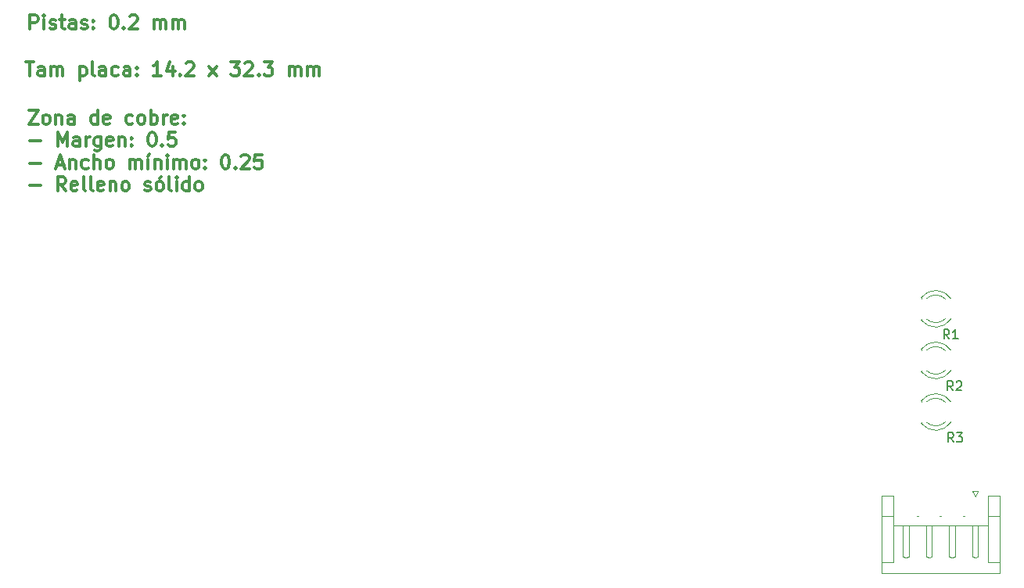
<source format=gbr>
%TF.GenerationSoftware,KiCad,Pcbnew,8.0.1*%
%TF.CreationDate,2024-04-21T19:06:48-04:00*%
%TF.ProjectId,Semaforo,53656d61-666f-4726-9f2e-6b696361645f,Andres La Madrid*%
%TF.SameCoordinates,Original*%
%TF.FileFunction,Legend,Top*%
%TF.FilePolarity,Positive*%
%FSLAX46Y46*%
G04 Gerber Fmt 4.6, Leading zero omitted, Abs format (unit mm)*
G04 Created by KiCad (PCBNEW 8.0.1) date 2024-04-21 19:06:48*
%MOMM*%
%LPD*%
G01*
G04 APERTURE LIST*
%ADD10C,0.300000*%
%ADD11C,0.150000*%
%ADD12C,0.120000*%
G04 APERTURE END LIST*
D10*
X40289653Y-59890080D02*
X41289653Y-59890080D01*
X41289653Y-59890080D02*
X40289653Y-61390080D01*
X40289653Y-61390080D02*
X41289653Y-61390080D01*
X42075367Y-61390080D02*
X41932510Y-61318652D01*
X41932510Y-61318652D02*
X41861081Y-61247223D01*
X41861081Y-61247223D02*
X41789653Y-61104366D01*
X41789653Y-61104366D02*
X41789653Y-60675794D01*
X41789653Y-60675794D02*
X41861081Y-60532937D01*
X41861081Y-60532937D02*
X41932510Y-60461509D01*
X41932510Y-60461509D02*
X42075367Y-60390080D01*
X42075367Y-60390080D02*
X42289653Y-60390080D01*
X42289653Y-60390080D02*
X42432510Y-60461509D01*
X42432510Y-60461509D02*
X42503939Y-60532937D01*
X42503939Y-60532937D02*
X42575367Y-60675794D01*
X42575367Y-60675794D02*
X42575367Y-61104366D01*
X42575367Y-61104366D02*
X42503939Y-61247223D01*
X42503939Y-61247223D02*
X42432510Y-61318652D01*
X42432510Y-61318652D02*
X42289653Y-61390080D01*
X42289653Y-61390080D02*
X42075367Y-61390080D01*
X43218224Y-60390080D02*
X43218224Y-61390080D01*
X43218224Y-60532937D02*
X43289653Y-60461509D01*
X43289653Y-60461509D02*
X43432510Y-60390080D01*
X43432510Y-60390080D02*
X43646796Y-60390080D01*
X43646796Y-60390080D02*
X43789653Y-60461509D01*
X43789653Y-60461509D02*
X43861082Y-60604366D01*
X43861082Y-60604366D02*
X43861082Y-61390080D01*
X45218225Y-61390080D02*
X45218225Y-60604366D01*
X45218225Y-60604366D02*
X45146796Y-60461509D01*
X45146796Y-60461509D02*
X45003939Y-60390080D01*
X45003939Y-60390080D02*
X44718225Y-60390080D01*
X44718225Y-60390080D02*
X44575367Y-60461509D01*
X45218225Y-61318652D02*
X45075367Y-61390080D01*
X45075367Y-61390080D02*
X44718225Y-61390080D01*
X44718225Y-61390080D02*
X44575367Y-61318652D01*
X44575367Y-61318652D02*
X44503939Y-61175794D01*
X44503939Y-61175794D02*
X44503939Y-61032937D01*
X44503939Y-61032937D02*
X44575367Y-60890080D01*
X44575367Y-60890080D02*
X44718225Y-60818652D01*
X44718225Y-60818652D02*
X45075367Y-60818652D01*
X45075367Y-60818652D02*
X45218225Y-60747223D01*
X47718225Y-61390080D02*
X47718225Y-59890080D01*
X47718225Y-61318652D02*
X47575367Y-61390080D01*
X47575367Y-61390080D02*
X47289653Y-61390080D01*
X47289653Y-61390080D02*
X47146796Y-61318652D01*
X47146796Y-61318652D02*
X47075367Y-61247223D01*
X47075367Y-61247223D02*
X47003939Y-61104366D01*
X47003939Y-61104366D02*
X47003939Y-60675794D01*
X47003939Y-60675794D02*
X47075367Y-60532937D01*
X47075367Y-60532937D02*
X47146796Y-60461509D01*
X47146796Y-60461509D02*
X47289653Y-60390080D01*
X47289653Y-60390080D02*
X47575367Y-60390080D01*
X47575367Y-60390080D02*
X47718225Y-60461509D01*
X49003939Y-61318652D02*
X48861082Y-61390080D01*
X48861082Y-61390080D02*
X48575368Y-61390080D01*
X48575368Y-61390080D02*
X48432510Y-61318652D01*
X48432510Y-61318652D02*
X48361082Y-61175794D01*
X48361082Y-61175794D02*
X48361082Y-60604366D01*
X48361082Y-60604366D02*
X48432510Y-60461509D01*
X48432510Y-60461509D02*
X48575368Y-60390080D01*
X48575368Y-60390080D02*
X48861082Y-60390080D01*
X48861082Y-60390080D02*
X49003939Y-60461509D01*
X49003939Y-60461509D02*
X49075368Y-60604366D01*
X49075368Y-60604366D02*
X49075368Y-60747223D01*
X49075368Y-60747223D02*
X48361082Y-60890080D01*
X51503939Y-61318652D02*
X51361081Y-61390080D01*
X51361081Y-61390080D02*
X51075367Y-61390080D01*
X51075367Y-61390080D02*
X50932510Y-61318652D01*
X50932510Y-61318652D02*
X50861081Y-61247223D01*
X50861081Y-61247223D02*
X50789653Y-61104366D01*
X50789653Y-61104366D02*
X50789653Y-60675794D01*
X50789653Y-60675794D02*
X50861081Y-60532937D01*
X50861081Y-60532937D02*
X50932510Y-60461509D01*
X50932510Y-60461509D02*
X51075367Y-60390080D01*
X51075367Y-60390080D02*
X51361081Y-60390080D01*
X51361081Y-60390080D02*
X51503939Y-60461509D01*
X52361081Y-61390080D02*
X52218224Y-61318652D01*
X52218224Y-61318652D02*
X52146795Y-61247223D01*
X52146795Y-61247223D02*
X52075367Y-61104366D01*
X52075367Y-61104366D02*
X52075367Y-60675794D01*
X52075367Y-60675794D02*
X52146795Y-60532937D01*
X52146795Y-60532937D02*
X52218224Y-60461509D01*
X52218224Y-60461509D02*
X52361081Y-60390080D01*
X52361081Y-60390080D02*
X52575367Y-60390080D01*
X52575367Y-60390080D02*
X52718224Y-60461509D01*
X52718224Y-60461509D02*
X52789653Y-60532937D01*
X52789653Y-60532937D02*
X52861081Y-60675794D01*
X52861081Y-60675794D02*
X52861081Y-61104366D01*
X52861081Y-61104366D02*
X52789653Y-61247223D01*
X52789653Y-61247223D02*
X52718224Y-61318652D01*
X52718224Y-61318652D02*
X52575367Y-61390080D01*
X52575367Y-61390080D02*
X52361081Y-61390080D01*
X53503938Y-61390080D02*
X53503938Y-59890080D01*
X53503938Y-60461509D02*
X53646796Y-60390080D01*
X53646796Y-60390080D02*
X53932510Y-60390080D01*
X53932510Y-60390080D02*
X54075367Y-60461509D01*
X54075367Y-60461509D02*
X54146796Y-60532937D01*
X54146796Y-60532937D02*
X54218224Y-60675794D01*
X54218224Y-60675794D02*
X54218224Y-61104366D01*
X54218224Y-61104366D02*
X54146796Y-61247223D01*
X54146796Y-61247223D02*
X54075367Y-61318652D01*
X54075367Y-61318652D02*
X53932510Y-61390080D01*
X53932510Y-61390080D02*
X53646796Y-61390080D01*
X53646796Y-61390080D02*
X53503938Y-61318652D01*
X54861081Y-61390080D02*
X54861081Y-60390080D01*
X54861081Y-60675794D02*
X54932510Y-60532937D01*
X54932510Y-60532937D02*
X55003939Y-60461509D01*
X55003939Y-60461509D02*
X55146796Y-60390080D01*
X55146796Y-60390080D02*
X55289653Y-60390080D01*
X56361081Y-61318652D02*
X56218224Y-61390080D01*
X56218224Y-61390080D02*
X55932510Y-61390080D01*
X55932510Y-61390080D02*
X55789652Y-61318652D01*
X55789652Y-61318652D02*
X55718224Y-61175794D01*
X55718224Y-61175794D02*
X55718224Y-60604366D01*
X55718224Y-60604366D02*
X55789652Y-60461509D01*
X55789652Y-60461509D02*
X55932510Y-60390080D01*
X55932510Y-60390080D02*
X56218224Y-60390080D01*
X56218224Y-60390080D02*
X56361081Y-60461509D01*
X56361081Y-60461509D02*
X56432510Y-60604366D01*
X56432510Y-60604366D02*
X56432510Y-60747223D01*
X56432510Y-60747223D02*
X55718224Y-60890080D01*
X57075366Y-61247223D02*
X57146795Y-61318652D01*
X57146795Y-61318652D02*
X57075366Y-61390080D01*
X57075366Y-61390080D02*
X57003938Y-61318652D01*
X57003938Y-61318652D02*
X57075366Y-61247223D01*
X57075366Y-61247223D02*
X57075366Y-61390080D01*
X57075366Y-60461509D02*
X57146795Y-60532937D01*
X57146795Y-60532937D02*
X57075366Y-60604366D01*
X57075366Y-60604366D02*
X57003938Y-60532937D01*
X57003938Y-60532937D02*
X57075366Y-60461509D01*
X57075366Y-60461509D02*
X57075366Y-60604366D01*
X40432510Y-63233568D02*
X41575368Y-63233568D01*
X43432510Y-63804996D02*
X43432510Y-62304996D01*
X43432510Y-62304996D02*
X43932510Y-63376425D01*
X43932510Y-63376425D02*
X44432510Y-62304996D01*
X44432510Y-62304996D02*
X44432510Y-63804996D01*
X45789654Y-63804996D02*
X45789654Y-63019282D01*
X45789654Y-63019282D02*
X45718225Y-62876425D01*
X45718225Y-62876425D02*
X45575368Y-62804996D01*
X45575368Y-62804996D02*
X45289654Y-62804996D01*
X45289654Y-62804996D02*
X45146796Y-62876425D01*
X45789654Y-63733568D02*
X45646796Y-63804996D01*
X45646796Y-63804996D02*
X45289654Y-63804996D01*
X45289654Y-63804996D02*
X45146796Y-63733568D01*
X45146796Y-63733568D02*
X45075368Y-63590710D01*
X45075368Y-63590710D02*
X45075368Y-63447853D01*
X45075368Y-63447853D02*
X45146796Y-63304996D01*
X45146796Y-63304996D02*
X45289654Y-63233568D01*
X45289654Y-63233568D02*
X45646796Y-63233568D01*
X45646796Y-63233568D02*
X45789654Y-63162139D01*
X46503939Y-63804996D02*
X46503939Y-62804996D01*
X46503939Y-63090710D02*
X46575368Y-62947853D01*
X46575368Y-62947853D02*
X46646797Y-62876425D01*
X46646797Y-62876425D02*
X46789654Y-62804996D01*
X46789654Y-62804996D02*
X46932511Y-62804996D01*
X48075368Y-62804996D02*
X48075368Y-64019282D01*
X48075368Y-64019282D02*
X48003939Y-64162139D01*
X48003939Y-64162139D02*
X47932510Y-64233568D01*
X47932510Y-64233568D02*
X47789653Y-64304996D01*
X47789653Y-64304996D02*
X47575368Y-64304996D01*
X47575368Y-64304996D02*
X47432510Y-64233568D01*
X48075368Y-63733568D02*
X47932510Y-63804996D01*
X47932510Y-63804996D02*
X47646796Y-63804996D01*
X47646796Y-63804996D02*
X47503939Y-63733568D01*
X47503939Y-63733568D02*
X47432510Y-63662139D01*
X47432510Y-63662139D02*
X47361082Y-63519282D01*
X47361082Y-63519282D02*
X47361082Y-63090710D01*
X47361082Y-63090710D02*
X47432510Y-62947853D01*
X47432510Y-62947853D02*
X47503939Y-62876425D01*
X47503939Y-62876425D02*
X47646796Y-62804996D01*
X47646796Y-62804996D02*
X47932510Y-62804996D01*
X47932510Y-62804996D02*
X48075368Y-62876425D01*
X49361082Y-63733568D02*
X49218225Y-63804996D01*
X49218225Y-63804996D02*
X48932511Y-63804996D01*
X48932511Y-63804996D02*
X48789653Y-63733568D01*
X48789653Y-63733568D02*
X48718225Y-63590710D01*
X48718225Y-63590710D02*
X48718225Y-63019282D01*
X48718225Y-63019282D02*
X48789653Y-62876425D01*
X48789653Y-62876425D02*
X48932511Y-62804996D01*
X48932511Y-62804996D02*
X49218225Y-62804996D01*
X49218225Y-62804996D02*
X49361082Y-62876425D01*
X49361082Y-62876425D02*
X49432511Y-63019282D01*
X49432511Y-63019282D02*
X49432511Y-63162139D01*
X49432511Y-63162139D02*
X48718225Y-63304996D01*
X50075367Y-62804996D02*
X50075367Y-63804996D01*
X50075367Y-62947853D02*
X50146796Y-62876425D01*
X50146796Y-62876425D02*
X50289653Y-62804996D01*
X50289653Y-62804996D02*
X50503939Y-62804996D01*
X50503939Y-62804996D02*
X50646796Y-62876425D01*
X50646796Y-62876425D02*
X50718225Y-63019282D01*
X50718225Y-63019282D02*
X50718225Y-63804996D01*
X51432510Y-63662139D02*
X51503939Y-63733568D01*
X51503939Y-63733568D02*
X51432510Y-63804996D01*
X51432510Y-63804996D02*
X51361082Y-63733568D01*
X51361082Y-63733568D02*
X51432510Y-63662139D01*
X51432510Y-63662139D02*
X51432510Y-63804996D01*
X51432510Y-62876425D02*
X51503939Y-62947853D01*
X51503939Y-62947853D02*
X51432510Y-63019282D01*
X51432510Y-63019282D02*
X51361082Y-62947853D01*
X51361082Y-62947853D02*
X51432510Y-62876425D01*
X51432510Y-62876425D02*
X51432510Y-63019282D01*
X53575368Y-62304996D02*
X53718225Y-62304996D01*
X53718225Y-62304996D02*
X53861082Y-62376425D01*
X53861082Y-62376425D02*
X53932511Y-62447853D01*
X53932511Y-62447853D02*
X54003939Y-62590710D01*
X54003939Y-62590710D02*
X54075368Y-62876425D01*
X54075368Y-62876425D02*
X54075368Y-63233568D01*
X54075368Y-63233568D02*
X54003939Y-63519282D01*
X54003939Y-63519282D02*
X53932511Y-63662139D01*
X53932511Y-63662139D02*
X53861082Y-63733568D01*
X53861082Y-63733568D02*
X53718225Y-63804996D01*
X53718225Y-63804996D02*
X53575368Y-63804996D01*
X53575368Y-63804996D02*
X53432511Y-63733568D01*
X53432511Y-63733568D02*
X53361082Y-63662139D01*
X53361082Y-63662139D02*
X53289653Y-63519282D01*
X53289653Y-63519282D02*
X53218225Y-63233568D01*
X53218225Y-63233568D02*
X53218225Y-62876425D01*
X53218225Y-62876425D02*
X53289653Y-62590710D01*
X53289653Y-62590710D02*
X53361082Y-62447853D01*
X53361082Y-62447853D02*
X53432511Y-62376425D01*
X53432511Y-62376425D02*
X53575368Y-62304996D01*
X54718224Y-63662139D02*
X54789653Y-63733568D01*
X54789653Y-63733568D02*
X54718224Y-63804996D01*
X54718224Y-63804996D02*
X54646796Y-63733568D01*
X54646796Y-63733568D02*
X54718224Y-63662139D01*
X54718224Y-63662139D02*
X54718224Y-63804996D01*
X56146796Y-62304996D02*
X55432510Y-62304996D01*
X55432510Y-62304996D02*
X55361082Y-63019282D01*
X55361082Y-63019282D02*
X55432510Y-62947853D01*
X55432510Y-62947853D02*
X55575368Y-62876425D01*
X55575368Y-62876425D02*
X55932510Y-62876425D01*
X55932510Y-62876425D02*
X56075368Y-62947853D01*
X56075368Y-62947853D02*
X56146796Y-63019282D01*
X56146796Y-63019282D02*
X56218225Y-63162139D01*
X56218225Y-63162139D02*
X56218225Y-63519282D01*
X56218225Y-63519282D02*
X56146796Y-63662139D01*
X56146796Y-63662139D02*
X56075368Y-63733568D01*
X56075368Y-63733568D02*
X55932510Y-63804996D01*
X55932510Y-63804996D02*
X55575368Y-63804996D01*
X55575368Y-63804996D02*
X55432510Y-63733568D01*
X55432510Y-63733568D02*
X55361082Y-63662139D01*
X40432510Y-65648484D02*
X41575368Y-65648484D01*
X43361082Y-65791341D02*
X44075368Y-65791341D01*
X43218225Y-66219912D02*
X43718225Y-64719912D01*
X43718225Y-64719912D02*
X44218225Y-66219912D01*
X44718224Y-65219912D02*
X44718224Y-66219912D01*
X44718224Y-65362769D02*
X44789653Y-65291341D01*
X44789653Y-65291341D02*
X44932510Y-65219912D01*
X44932510Y-65219912D02*
X45146796Y-65219912D01*
X45146796Y-65219912D02*
X45289653Y-65291341D01*
X45289653Y-65291341D02*
X45361082Y-65434198D01*
X45361082Y-65434198D02*
X45361082Y-66219912D01*
X46718225Y-66148484D02*
X46575367Y-66219912D01*
X46575367Y-66219912D02*
X46289653Y-66219912D01*
X46289653Y-66219912D02*
X46146796Y-66148484D01*
X46146796Y-66148484D02*
X46075367Y-66077055D01*
X46075367Y-66077055D02*
X46003939Y-65934198D01*
X46003939Y-65934198D02*
X46003939Y-65505626D01*
X46003939Y-65505626D02*
X46075367Y-65362769D01*
X46075367Y-65362769D02*
X46146796Y-65291341D01*
X46146796Y-65291341D02*
X46289653Y-65219912D01*
X46289653Y-65219912D02*
X46575367Y-65219912D01*
X46575367Y-65219912D02*
X46718225Y-65291341D01*
X47361081Y-66219912D02*
X47361081Y-64719912D01*
X48003939Y-66219912D02*
X48003939Y-65434198D01*
X48003939Y-65434198D02*
X47932510Y-65291341D01*
X47932510Y-65291341D02*
X47789653Y-65219912D01*
X47789653Y-65219912D02*
X47575367Y-65219912D01*
X47575367Y-65219912D02*
X47432510Y-65291341D01*
X47432510Y-65291341D02*
X47361081Y-65362769D01*
X48932510Y-66219912D02*
X48789653Y-66148484D01*
X48789653Y-66148484D02*
X48718224Y-66077055D01*
X48718224Y-66077055D02*
X48646796Y-65934198D01*
X48646796Y-65934198D02*
X48646796Y-65505626D01*
X48646796Y-65505626D02*
X48718224Y-65362769D01*
X48718224Y-65362769D02*
X48789653Y-65291341D01*
X48789653Y-65291341D02*
X48932510Y-65219912D01*
X48932510Y-65219912D02*
X49146796Y-65219912D01*
X49146796Y-65219912D02*
X49289653Y-65291341D01*
X49289653Y-65291341D02*
X49361082Y-65362769D01*
X49361082Y-65362769D02*
X49432510Y-65505626D01*
X49432510Y-65505626D02*
X49432510Y-65934198D01*
X49432510Y-65934198D02*
X49361082Y-66077055D01*
X49361082Y-66077055D02*
X49289653Y-66148484D01*
X49289653Y-66148484D02*
X49146796Y-66219912D01*
X49146796Y-66219912D02*
X48932510Y-66219912D01*
X51218224Y-66219912D02*
X51218224Y-65219912D01*
X51218224Y-65362769D02*
X51289653Y-65291341D01*
X51289653Y-65291341D02*
X51432510Y-65219912D01*
X51432510Y-65219912D02*
X51646796Y-65219912D01*
X51646796Y-65219912D02*
X51789653Y-65291341D01*
X51789653Y-65291341D02*
X51861082Y-65434198D01*
X51861082Y-65434198D02*
X51861082Y-66219912D01*
X51861082Y-65434198D02*
X51932510Y-65291341D01*
X51932510Y-65291341D02*
X52075367Y-65219912D01*
X52075367Y-65219912D02*
X52289653Y-65219912D01*
X52289653Y-65219912D02*
X52432510Y-65291341D01*
X52432510Y-65291341D02*
X52503939Y-65434198D01*
X52503939Y-65434198D02*
X52503939Y-66219912D01*
X53218224Y-66219912D02*
X53218224Y-65219912D01*
X53361082Y-64648484D02*
X53146796Y-64862769D01*
X53932510Y-65219912D02*
X53932510Y-66219912D01*
X53932510Y-65362769D02*
X54003939Y-65291341D01*
X54003939Y-65291341D02*
X54146796Y-65219912D01*
X54146796Y-65219912D02*
X54361082Y-65219912D01*
X54361082Y-65219912D02*
X54503939Y-65291341D01*
X54503939Y-65291341D02*
X54575368Y-65434198D01*
X54575368Y-65434198D02*
X54575368Y-66219912D01*
X55289653Y-66219912D02*
X55289653Y-65219912D01*
X55289653Y-64719912D02*
X55218225Y-64791341D01*
X55218225Y-64791341D02*
X55289653Y-64862769D01*
X55289653Y-64862769D02*
X55361082Y-64791341D01*
X55361082Y-64791341D02*
X55289653Y-64719912D01*
X55289653Y-64719912D02*
X55289653Y-64862769D01*
X56003939Y-66219912D02*
X56003939Y-65219912D01*
X56003939Y-65362769D02*
X56075368Y-65291341D01*
X56075368Y-65291341D02*
X56218225Y-65219912D01*
X56218225Y-65219912D02*
X56432511Y-65219912D01*
X56432511Y-65219912D02*
X56575368Y-65291341D01*
X56575368Y-65291341D02*
X56646797Y-65434198D01*
X56646797Y-65434198D02*
X56646797Y-66219912D01*
X56646797Y-65434198D02*
X56718225Y-65291341D01*
X56718225Y-65291341D02*
X56861082Y-65219912D01*
X56861082Y-65219912D02*
X57075368Y-65219912D01*
X57075368Y-65219912D02*
X57218225Y-65291341D01*
X57218225Y-65291341D02*
X57289654Y-65434198D01*
X57289654Y-65434198D02*
X57289654Y-66219912D01*
X58218225Y-66219912D02*
X58075368Y-66148484D01*
X58075368Y-66148484D02*
X58003939Y-66077055D01*
X58003939Y-66077055D02*
X57932511Y-65934198D01*
X57932511Y-65934198D02*
X57932511Y-65505626D01*
X57932511Y-65505626D02*
X58003939Y-65362769D01*
X58003939Y-65362769D02*
X58075368Y-65291341D01*
X58075368Y-65291341D02*
X58218225Y-65219912D01*
X58218225Y-65219912D02*
X58432511Y-65219912D01*
X58432511Y-65219912D02*
X58575368Y-65291341D01*
X58575368Y-65291341D02*
X58646797Y-65362769D01*
X58646797Y-65362769D02*
X58718225Y-65505626D01*
X58718225Y-65505626D02*
X58718225Y-65934198D01*
X58718225Y-65934198D02*
X58646797Y-66077055D01*
X58646797Y-66077055D02*
X58575368Y-66148484D01*
X58575368Y-66148484D02*
X58432511Y-66219912D01*
X58432511Y-66219912D02*
X58218225Y-66219912D01*
X59361082Y-66077055D02*
X59432511Y-66148484D01*
X59432511Y-66148484D02*
X59361082Y-66219912D01*
X59361082Y-66219912D02*
X59289654Y-66148484D01*
X59289654Y-66148484D02*
X59361082Y-66077055D01*
X59361082Y-66077055D02*
X59361082Y-66219912D01*
X59361082Y-65291341D02*
X59432511Y-65362769D01*
X59432511Y-65362769D02*
X59361082Y-65434198D01*
X59361082Y-65434198D02*
X59289654Y-65362769D01*
X59289654Y-65362769D02*
X59361082Y-65291341D01*
X59361082Y-65291341D02*
X59361082Y-65434198D01*
X61503940Y-64719912D02*
X61646797Y-64719912D01*
X61646797Y-64719912D02*
X61789654Y-64791341D01*
X61789654Y-64791341D02*
X61861083Y-64862769D01*
X61861083Y-64862769D02*
X61932511Y-65005626D01*
X61932511Y-65005626D02*
X62003940Y-65291341D01*
X62003940Y-65291341D02*
X62003940Y-65648484D01*
X62003940Y-65648484D02*
X61932511Y-65934198D01*
X61932511Y-65934198D02*
X61861083Y-66077055D01*
X61861083Y-66077055D02*
X61789654Y-66148484D01*
X61789654Y-66148484D02*
X61646797Y-66219912D01*
X61646797Y-66219912D02*
X61503940Y-66219912D01*
X61503940Y-66219912D02*
X61361083Y-66148484D01*
X61361083Y-66148484D02*
X61289654Y-66077055D01*
X61289654Y-66077055D02*
X61218225Y-65934198D01*
X61218225Y-65934198D02*
X61146797Y-65648484D01*
X61146797Y-65648484D02*
X61146797Y-65291341D01*
X61146797Y-65291341D02*
X61218225Y-65005626D01*
X61218225Y-65005626D02*
X61289654Y-64862769D01*
X61289654Y-64862769D02*
X61361083Y-64791341D01*
X61361083Y-64791341D02*
X61503940Y-64719912D01*
X62646796Y-66077055D02*
X62718225Y-66148484D01*
X62718225Y-66148484D02*
X62646796Y-66219912D01*
X62646796Y-66219912D02*
X62575368Y-66148484D01*
X62575368Y-66148484D02*
X62646796Y-66077055D01*
X62646796Y-66077055D02*
X62646796Y-66219912D01*
X63289654Y-64862769D02*
X63361082Y-64791341D01*
X63361082Y-64791341D02*
X63503940Y-64719912D01*
X63503940Y-64719912D02*
X63861082Y-64719912D01*
X63861082Y-64719912D02*
X64003940Y-64791341D01*
X64003940Y-64791341D02*
X64075368Y-64862769D01*
X64075368Y-64862769D02*
X64146797Y-65005626D01*
X64146797Y-65005626D02*
X64146797Y-65148484D01*
X64146797Y-65148484D02*
X64075368Y-65362769D01*
X64075368Y-65362769D02*
X63218225Y-66219912D01*
X63218225Y-66219912D02*
X64146797Y-66219912D01*
X65503939Y-64719912D02*
X64789653Y-64719912D01*
X64789653Y-64719912D02*
X64718225Y-65434198D01*
X64718225Y-65434198D02*
X64789653Y-65362769D01*
X64789653Y-65362769D02*
X64932511Y-65291341D01*
X64932511Y-65291341D02*
X65289653Y-65291341D01*
X65289653Y-65291341D02*
X65432511Y-65362769D01*
X65432511Y-65362769D02*
X65503939Y-65434198D01*
X65503939Y-65434198D02*
X65575368Y-65577055D01*
X65575368Y-65577055D02*
X65575368Y-65934198D01*
X65575368Y-65934198D02*
X65503939Y-66077055D01*
X65503939Y-66077055D02*
X65432511Y-66148484D01*
X65432511Y-66148484D02*
X65289653Y-66219912D01*
X65289653Y-66219912D02*
X64932511Y-66219912D01*
X64932511Y-66219912D02*
X64789653Y-66148484D01*
X64789653Y-66148484D02*
X64718225Y-66077055D01*
X40432510Y-68063400D02*
X41575368Y-68063400D01*
X44289653Y-68634828D02*
X43789653Y-67920542D01*
X43432510Y-68634828D02*
X43432510Y-67134828D01*
X43432510Y-67134828D02*
X44003939Y-67134828D01*
X44003939Y-67134828D02*
X44146796Y-67206257D01*
X44146796Y-67206257D02*
X44218225Y-67277685D01*
X44218225Y-67277685D02*
X44289653Y-67420542D01*
X44289653Y-67420542D02*
X44289653Y-67634828D01*
X44289653Y-67634828D02*
X44218225Y-67777685D01*
X44218225Y-67777685D02*
X44146796Y-67849114D01*
X44146796Y-67849114D02*
X44003939Y-67920542D01*
X44003939Y-67920542D02*
X43432510Y-67920542D01*
X45503939Y-68563400D02*
X45361082Y-68634828D01*
X45361082Y-68634828D02*
X45075368Y-68634828D01*
X45075368Y-68634828D02*
X44932510Y-68563400D01*
X44932510Y-68563400D02*
X44861082Y-68420542D01*
X44861082Y-68420542D02*
X44861082Y-67849114D01*
X44861082Y-67849114D02*
X44932510Y-67706257D01*
X44932510Y-67706257D02*
X45075368Y-67634828D01*
X45075368Y-67634828D02*
X45361082Y-67634828D01*
X45361082Y-67634828D02*
X45503939Y-67706257D01*
X45503939Y-67706257D02*
X45575368Y-67849114D01*
X45575368Y-67849114D02*
X45575368Y-67991971D01*
X45575368Y-67991971D02*
X44861082Y-68134828D01*
X46432510Y-68634828D02*
X46289653Y-68563400D01*
X46289653Y-68563400D02*
X46218224Y-68420542D01*
X46218224Y-68420542D02*
X46218224Y-67134828D01*
X47218224Y-68634828D02*
X47075367Y-68563400D01*
X47075367Y-68563400D02*
X47003938Y-68420542D01*
X47003938Y-68420542D02*
X47003938Y-67134828D01*
X48361081Y-68563400D02*
X48218224Y-68634828D01*
X48218224Y-68634828D02*
X47932510Y-68634828D01*
X47932510Y-68634828D02*
X47789652Y-68563400D01*
X47789652Y-68563400D02*
X47718224Y-68420542D01*
X47718224Y-68420542D02*
X47718224Y-67849114D01*
X47718224Y-67849114D02*
X47789652Y-67706257D01*
X47789652Y-67706257D02*
X47932510Y-67634828D01*
X47932510Y-67634828D02*
X48218224Y-67634828D01*
X48218224Y-67634828D02*
X48361081Y-67706257D01*
X48361081Y-67706257D02*
X48432510Y-67849114D01*
X48432510Y-67849114D02*
X48432510Y-67991971D01*
X48432510Y-67991971D02*
X47718224Y-68134828D01*
X49075366Y-67634828D02*
X49075366Y-68634828D01*
X49075366Y-67777685D02*
X49146795Y-67706257D01*
X49146795Y-67706257D02*
X49289652Y-67634828D01*
X49289652Y-67634828D02*
X49503938Y-67634828D01*
X49503938Y-67634828D02*
X49646795Y-67706257D01*
X49646795Y-67706257D02*
X49718224Y-67849114D01*
X49718224Y-67849114D02*
X49718224Y-68634828D01*
X50646795Y-68634828D02*
X50503938Y-68563400D01*
X50503938Y-68563400D02*
X50432509Y-68491971D01*
X50432509Y-68491971D02*
X50361081Y-68349114D01*
X50361081Y-68349114D02*
X50361081Y-67920542D01*
X50361081Y-67920542D02*
X50432509Y-67777685D01*
X50432509Y-67777685D02*
X50503938Y-67706257D01*
X50503938Y-67706257D02*
X50646795Y-67634828D01*
X50646795Y-67634828D02*
X50861081Y-67634828D01*
X50861081Y-67634828D02*
X51003938Y-67706257D01*
X51003938Y-67706257D02*
X51075367Y-67777685D01*
X51075367Y-67777685D02*
X51146795Y-67920542D01*
X51146795Y-67920542D02*
X51146795Y-68349114D01*
X51146795Y-68349114D02*
X51075367Y-68491971D01*
X51075367Y-68491971D02*
X51003938Y-68563400D01*
X51003938Y-68563400D02*
X50861081Y-68634828D01*
X50861081Y-68634828D02*
X50646795Y-68634828D01*
X52861081Y-68563400D02*
X53003938Y-68634828D01*
X53003938Y-68634828D02*
X53289652Y-68634828D01*
X53289652Y-68634828D02*
X53432509Y-68563400D01*
X53432509Y-68563400D02*
X53503938Y-68420542D01*
X53503938Y-68420542D02*
X53503938Y-68349114D01*
X53503938Y-68349114D02*
X53432509Y-68206257D01*
X53432509Y-68206257D02*
X53289652Y-68134828D01*
X53289652Y-68134828D02*
X53075367Y-68134828D01*
X53075367Y-68134828D02*
X52932509Y-68063400D01*
X52932509Y-68063400D02*
X52861081Y-67920542D01*
X52861081Y-67920542D02*
X52861081Y-67849114D01*
X52861081Y-67849114D02*
X52932509Y-67706257D01*
X52932509Y-67706257D02*
X53075367Y-67634828D01*
X53075367Y-67634828D02*
X53289652Y-67634828D01*
X53289652Y-67634828D02*
X53432509Y-67706257D01*
X54361081Y-68634828D02*
X54218224Y-68563400D01*
X54218224Y-68563400D02*
X54146795Y-68491971D01*
X54146795Y-68491971D02*
X54075367Y-68349114D01*
X54075367Y-68349114D02*
X54075367Y-67920542D01*
X54075367Y-67920542D02*
X54146795Y-67777685D01*
X54146795Y-67777685D02*
X54218224Y-67706257D01*
X54218224Y-67706257D02*
X54361081Y-67634828D01*
X54361081Y-67634828D02*
X54575367Y-67634828D01*
X54575367Y-67634828D02*
X54718224Y-67706257D01*
X54718224Y-67706257D02*
X54789653Y-67777685D01*
X54789653Y-67777685D02*
X54861081Y-67920542D01*
X54861081Y-67920542D02*
X54861081Y-68349114D01*
X54861081Y-68349114D02*
X54789653Y-68491971D01*
X54789653Y-68491971D02*
X54718224Y-68563400D01*
X54718224Y-68563400D02*
X54575367Y-68634828D01*
X54575367Y-68634828D02*
X54361081Y-68634828D01*
X54646795Y-67063400D02*
X54432510Y-67277685D01*
X55718224Y-68634828D02*
X55575367Y-68563400D01*
X55575367Y-68563400D02*
X55503938Y-68420542D01*
X55503938Y-68420542D02*
X55503938Y-67134828D01*
X56289652Y-68634828D02*
X56289652Y-67634828D01*
X56289652Y-67134828D02*
X56218224Y-67206257D01*
X56218224Y-67206257D02*
X56289652Y-67277685D01*
X56289652Y-67277685D02*
X56361081Y-67206257D01*
X56361081Y-67206257D02*
X56289652Y-67134828D01*
X56289652Y-67134828D02*
X56289652Y-67277685D01*
X57646796Y-68634828D02*
X57646796Y-67134828D01*
X57646796Y-68563400D02*
X57503938Y-68634828D01*
X57503938Y-68634828D02*
X57218224Y-68634828D01*
X57218224Y-68634828D02*
X57075367Y-68563400D01*
X57075367Y-68563400D02*
X57003938Y-68491971D01*
X57003938Y-68491971D02*
X56932510Y-68349114D01*
X56932510Y-68349114D02*
X56932510Y-67920542D01*
X56932510Y-67920542D02*
X57003938Y-67777685D01*
X57003938Y-67777685D02*
X57075367Y-67706257D01*
X57075367Y-67706257D02*
X57218224Y-67634828D01*
X57218224Y-67634828D02*
X57503938Y-67634828D01*
X57503938Y-67634828D02*
X57646796Y-67706257D01*
X58575367Y-68634828D02*
X58432510Y-68563400D01*
X58432510Y-68563400D02*
X58361081Y-68491971D01*
X58361081Y-68491971D02*
X58289653Y-68349114D01*
X58289653Y-68349114D02*
X58289653Y-67920542D01*
X58289653Y-67920542D02*
X58361081Y-67777685D01*
X58361081Y-67777685D02*
X58432510Y-67706257D01*
X58432510Y-67706257D02*
X58575367Y-67634828D01*
X58575367Y-67634828D02*
X58789653Y-67634828D01*
X58789653Y-67634828D02*
X58932510Y-67706257D01*
X58932510Y-67706257D02*
X59003939Y-67777685D01*
X59003939Y-67777685D02*
X59075367Y-67920542D01*
X59075367Y-67920542D02*
X59075367Y-68349114D01*
X59075367Y-68349114D02*
X59003939Y-68491971D01*
X59003939Y-68491971D02*
X58932510Y-68563400D01*
X58932510Y-68563400D02*
X58789653Y-68634828D01*
X58789653Y-68634828D02*
X58575367Y-68634828D01*
X39964225Y-54688828D02*
X40821368Y-54688828D01*
X40392796Y-56188828D02*
X40392796Y-54688828D01*
X41964225Y-56188828D02*
X41964225Y-55403114D01*
X41964225Y-55403114D02*
X41892796Y-55260257D01*
X41892796Y-55260257D02*
X41749939Y-55188828D01*
X41749939Y-55188828D02*
X41464225Y-55188828D01*
X41464225Y-55188828D02*
X41321367Y-55260257D01*
X41964225Y-56117400D02*
X41821367Y-56188828D01*
X41821367Y-56188828D02*
X41464225Y-56188828D01*
X41464225Y-56188828D02*
X41321367Y-56117400D01*
X41321367Y-56117400D02*
X41249939Y-55974542D01*
X41249939Y-55974542D02*
X41249939Y-55831685D01*
X41249939Y-55831685D02*
X41321367Y-55688828D01*
X41321367Y-55688828D02*
X41464225Y-55617400D01*
X41464225Y-55617400D02*
X41821367Y-55617400D01*
X41821367Y-55617400D02*
X41964225Y-55545971D01*
X42678510Y-56188828D02*
X42678510Y-55188828D01*
X42678510Y-55331685D02*
X42749939Y-55260257D01*
X42749939Y-55260257D02*
X42892796Y-55188828D01*
X42892796Y-55188828D02*
X43107082Y-55188828D01*
X43107082Y-55188828D02*
X43249939Y-55260257D01*
X43249939Y-55260257D02*
X43321368Y-55403114D01*
X43321368Y-55403114D02*
X43321368Y-56188828D01*
X43321368Y-55403114D02*
X43392796Y-55260257D01*
X43392796Y-55260257D02*
X43535653Y-55188828D01*
X43535653Y-55188828D02*
X43749939Y-55188828D01*
X43749939Y-55188828D02*
X43892796Y-55260257D01*
X43892796Y-55260257D02*
X43964225Y-55403114D01*
X43964225Y-55403114D02*
X43964225Y-56188828D01*
X45821367Y-55188828D02*
X45821367Y-56688828D01*
X45821367Y-55260257D02*
X45964225Y-55188828D01*
X45964225Y-55188828D02*
X46249939Y-55188828D01*
X46249939Y-55188828D02*
X46392796Y-55260257D01*
X46392796Y-55260257D02*
X46464225Y-55331685D01*
X46464225Y-55331685D02*
X46535653Y-55474542D01*
X46535653Y-55474542D02*
X46535653Y-55903114D01*
X46535653Y-55903114D02*
X46464225Y-56045971D01*
X46464225Y-56045971D02*
X46392796Y-56117400D01*
X46392796Y-56117400D02*
X46249939Y-56188828D01*
X46249939Y-56188828D02*
X45964225Y-56188828D01*
X45964225Y-56188828D02*
X45821367Y-56117400D01*
X47392796Y-56188828D02*
X47249939Y-56117400D01*
X47249939Y-56117400D02*
X47178510Y-55974542D01*
X47178510Y-55974542D02*
X47178510Y-54688828D01*
X48607082Y-56188828D02*
X48607082Y-55403114D01*
X48607082Y-55403114D02*
X48535653Y-55260257D01*
X48535653Y-55260257D02*
X48392796Y-55188828D01*
X48392796Y-55188828D02*
X48107082Y-55188828D01*
X48107082Y-55188828D02*
X47964224Y-55260257D01*
X48607082Y-56117400D02*
X48464224Y-56188828D01*
X48464224Y-56188828D02*
X48107082Y-56188828D01*
X48107082Y-56188828D02*
X47964224Y-56117400D01*
X47964224Y-56117400D02*
X47892796Y-55974542D01*
X47892796Y-55974542D02*
X47892796Y-55831685D01*
X47892796Y-55831685D02*
X47964224Y-55688828D01*
X47964224Y-55688828D02*
X48107082Y-55617400D01*
X48107082Y-55617400D02*
X48464224Y-55617400D01*
X48464224Y-55617400D02*
X48607082Y-55545971D01*
X49964225Y-56117400D02*
X49821367Y-56188828D01*
X49821367Y-56188828D02*
X49535653Y-56188828D01*
X49535653Y-56188828D02*
X49392796Y-56117400D01*
X49392796Y-56117400D02*
X49321367Y-56045971D01*
X49321367Y-56045971D02*
X49249939Y-55903114D01*
X49249939Y-55903114D02*
X49249939Y-55474542D01*
X49249939Y-55474542D02*
X49321367Y-55331685D01*
X49321367Y-55331685D02*
X49392796Y-55260257D01*
X49392796Y-55260257D02*
X49535653Y-55188828D01*
X49535653Y-55188828D02*
X49821367Y-55188828D01*
X49821367Y-55188828D02*
X49964225Y-55260257D01*
X51249939Y-56188828D02*
X51249939Y-55403114D01*
X51249939Y-55403114D02*
X51178510Y-55260257D01*
X51178510Y-55260257D02*
X51035653Y-55188828D01*
X51035653Y-55188828D02*
X50749939Y-55188828D01*
X50749939Y-55188828D02*
X50607081Y-55260257D01*
X51249939Y-56117400D02*
X51107081Y-56188828D01*
X51107081Y-56188828D02*
X50749939Y-56188828D01*
X50749939Y-56188828D02*
X50607081Y-56117400D01*
X50607081Y-56117400D02*
X50535653Y-55974542D01*
X50535653Y-55974542D02*
X50535653Y-55831685D01*
X50535653Y-55831685D02*
X50607081Y-55688828D01*
X50607081Y-55688828D02*
X50749939Y-55617400D01*
X50749939Y-55617400D02*
X51107081Y-55617400D01*
X51107081Y-55617400D02*
X51249939Y-55545971D01*
X51964224Y-56045971D02*
X52035653Y-56117400D01*
X52035653Y-56117400D02*
X51964224Y-56188828D01*
X51964224Y-56188828D02*
X51892796Y-56117400D01*
X51892796Y-56117400D02*
X51964224Y-56045971D01*
X51964224Y-56045971D02*
X51964224Y-56188828D01*
X51964224Y-55260257D02*
X52035653Y-55331685D01*
X52035653Y-55331685D02*
X51964224Y-55403114D01*
X51964224Y-55403114D02*
X51892796Y-55331685D01*
X51892796Y-55331685D02*
X51964224Y-55260257D01*
X51964224Y-55260257D02*
X51964224Y-55403114D01*
X54607082Y-56188828D02*
X53749939Y-56188828D01*
X54178510Y-56188828D02*
X54178510Y-54688828D01*
X54178510Y-54688828D02*
X54035653Y-54903114D01*
X54035653Y-54903114D02*
X53892796Y-55045971D01*
X53892796Y-55045971D02*
X53749939Y-55117400D01*
X55892796Y-55188828D02*
X55892796Y-56188828D01*
X55535653Y-54617400D02*
X55178510Y-55688828D01*
X55178510Y-55688828D02*
X56107081Y-55688828D01*
X56678509Y-56045971D02*
X56749938Y-56117400D01*
X56749938Y-56117400D02*
X56678509Y-56188828D01*
X56678509Y-56188828D02*
X56607081Y-56117400D01*
X56607081Y-56117400D02*
X56678509Y-56045971D01*
X56678509Y-56045971D02*
X56678509Y-56188828D01*
X57321367Y-54831685D02*
X57392795Y-54760257D01*
X57392795Y-54760257D02*
X57535653Y-54688828D01*
X57535653Y-54688828D02*
X57892795Y-54688828D01*
X57892795Y-54688828D02*
X58035653Y-54760257D01*
X58035653Y-54760257D02*
X58107081Y-54831685D01*
X58107081Y-54831685D02*
X58178510Y-54974542D01*
X58178510Y-54974542D02*
X58178510Y-55117400D01*
X58178510Y-55117400D02*
X58107081Y-55331685D01*
X58107081Y-55331685D02*
X57249938Y-56188828D01*
X57249938Y-56188828D02*
X58178510Y-56188828D01*
X59821366Y-56188828D02*
X60607081Y-55188828D01*
X59821366Y-55188828D02*
X60607081Y-56188828D01*
X62178509Y-54688828D02*
X63107081Y-54688828D01*
X63107081Y-54688828D02*
X62607081Y-55260257D01*
X62607081Y-55260257D02*
X62821366Y-55260257D01*
X62821366Y-55260257D02*
X62964224Y-55331685D01*
X62964224Y-55331685D02*
X63035652Y-55403114D01*
X63035652Y-55403114D02*
X63107081Y-55545971D01*
X63107081Y-55545971D02*
X63107081Y-55903114D01*
X63107081Y-55903114D02*
X63035652Y-56045971D01*
X63035652Y-56045971D02*
X62964224Y-56117400D01*
X62964224Y-56117400D02*
X62821366Y-56188828D01*
X62821366Y-56188828D02*
X62392795Y-56188828D01*
X62392795Y-56188828D02*
X62249938Y-56117400D01*
X62249938Y-56117400D02*
X62178509Y-56045971D01*
X63678509Y-54831685D02*
X63749937Y-54760257D01*
X63749937Y-54760257D02*
X63892795Y-54688828D01*
X63892795Y-54688828D02*
X64249937Y-54688828D01*
X64249937Y-54688828D02*
X64392795Y-54760257D01*
X64392795Y-54760257D02*
X64464223Y-54831685D01*
X64464223Y-54831685D02*
X64535652Y-54974542D01*
X64535652Y-54974542D02*
X64535652Y-55117400D01*
X64535652Y-55117400D02*
X64464223Y-55331685D01*
X64464223Y-55331685D02*
X63607080Y-56188828D01*
X63607080Y-56188828D02*
X64535652Y-56188828D01*
X65178508Y-56045971D02*
X65249937Y-56117400D01*
X65249937Y-56117400D02*
X65178508Y-56188828D01*
X65178508Y-56188828D02*
X65107080Y-56117400D01*
X65107080Y-56117400D02*
X65178508Y-56045971D01*
X65178508Y-56045971D02*
X65178508Y-56188828D01*
X65749937Y-54688828D02*
X66678509Y-54688828D01*
X66678509Y-54688828D02*
X66178509Y-55260257D01*
X66178509Y-55260257D02*
X66392794Y-55260257D01*
X66392794Y-55260257D02*
X66535652Y-55331685D01*
X66535652Y-55331685D02*
X66607080Y-55403114D01*
X66607080Y-55403114D02*
X66678509Y-55545971D01*
X66678509Y-55545971D02*
X66678509Y-55903114D01*
X66678509Y-55903114D02*
X66607080Y-56045971D01*
X66607080Y-56045971D02*
X66535652Y-56117400D01*
X66535652Y-56117400D02*
X66392794Y-56188828D01*
X66392794Y-56188828D02*
X65964223Y-56188828D01*
X65964223Y-56188828D02*
X65821366Y-56117400D01*
X65821366Y-56117400D02*
X65749937Y-56045971D01*
X68464222Y-56188828D02*
X68464222Y-55188828D01*
X68464222Y-55331685D02*
X68535651Y-55260257D01*
X68535651Y-55260257D02*
X68678508Y-55188828D01*
X68678508Y-55188828D02*
X68892794Y-55188828D01*
X68892794Y-55188828D02*
X69035651Y-55260257D01*
X69035651Y-55260257D02*
X69107080Y-55403114D01*
X69107080Y-55403114D02*
X69107080Y-56188828D01*
X69107080Y-55403114D02*
X69178508Y-55260257D01*
X69178508Y-55260257D02*
X69321365Y-55188828D01*
X69321365Y-55188828D02*
X69535651Y-55188828D01*
X69535651Y-55188828D02*
X69678508Y-55260257D01*
X69678508Y-55260257D02*
X69749937Y-55403114D01*
X69749937Y-55403114D02*
X69749937Y-56188828D01*
X70464222Y-56188828D02*
X70464222Y-55188828D01*
X70464222Y-55331685D02*
X70535651Y-55260257D01*
X70535651Y-55260257D02*
X70678508Y-55188828D01*
X70678508Y-55188828D02*
X70892794Y-55188828D01*
X70892794Y-55188828D02*
X71035651Y-55260257D01*
X71035651Y-55260257D02*
X71107080Y-55403114D01*
X71107080Y-55403114D02*
X71107080Y-56188828D01*
X71107080Y-55403114D02*
X71178508Y-55260257D01*
X71178508Y-55260257D02*
X71321365Y-55188828D01*
X71321365Y-55188828D02*
X71535651Y-55188828D01*
X71535651Y-55188828D02*
X71678508Y-55260257D01*
X71678508Y-55260257D02*
X71749937Y-55403114D01*
X71749937Y-55403114D02*
X71749937Y-56188828D01*
X40432510Y-51108828D02*
X40432510Y-49608828D01*
X40432510Y-49608828D02*
X41003939Y-49608828D01*
X41003939Y-49608828D02*
X41146796Y-49680257D01*
X41146796Y-49680257D02*
X41218225Y-49751685D01*
X41218225Y-49751685D02*
X41289653Y-49894542D01*
X41289653Y-49894542D02*
X41289653Y-50108828D01*
X41289653Y-50108828D02*
X41218225Y-50251685D01*
X41218225Y-50251685D02*
X41146796Y-50323114D01*
X41146796Y-50323114D02*
X41003939Y-50394542D01*
X41003939Y-50394542D02*
X40432510Y-50394542D01*
X41932510Y-51108828D02*
X41932510Y-50108828D01*
X41932510Y-49608828D02*
X41861082Y-49680257D01*
X41861082Y-49680257D02*
X41932510Y-49751685D01*
X41932510Y-49751685D02*
X42003939Y-49680257D01*
X42003939Y-49680257D02*
X41932510Y-49608828D01*
X41932510Y-49608828D02*
X41932510Y-49751685D01*
X42575368Y-51037400D02*
X42718225Y-51108828D01*
X42718225Y-51108828D02*
X43003939Y-51108828D01*
X43003939Y-51108828D02*
X43146796Y-51037400D01*
X43146796Y-51037400D02*
X43218225Y-50894542D01*
X43218225Y-50894542D02*
X43218225Y-50823114D01*
X43218225Y-50823114D02*
X43146796Y-50680257D01*
X43146796Y-50680257D02*
X43003939Y-50608828D01*
X43003939Y-50608828D02*
X42789654Y-50608828D01*
X42789654Y-50608828D02*
X42646796Y-50537400D01*
X42646796Y-50537400D02*
X42575368Y-50394542D01*
X42575368Y-50394542D02*
X42575368Y-50323114D01*
X42575368Y-50323114D02*
X42646796Y-50180257D01*
X42646796Y-50180257D02*
X42789654Y-50108828D01*
X42789654Y-50108828D02*
X43003939Y-50108828D01*
X43003939Y-50108828D02*
X43146796Y-50180257D01*
X43646797Y-50108828D02*
X44218225Y-50108828D01*
X43861082Y-49608828D02*
X43861082Y-50894542D01*
X43861082Y-50894542D02*
X43932511Y-51037400D01*
X43932511Y-51037400D02*
X44075368Y-51108828D01*
X44075368Y-51108828D02*
X44218225Y-51108828D01*
X45361083Y-51108828D02*
X45361083Y-50323114D01*
X45361083Y-50323114D02*
X45289654Y-50180257D01*
X45289654Y-50180257D02*
X45146797Y-50108828D01*
X45146797Y-50108828D02*
X44861083Y-50108828D01*
X44861083Y-50108828D02*
X44718225Y-50180257D01*
X45361083Y-51037400D02*
X45218225Y-51108828D01*
X45218225Y-51108828D02*
X44861083Y-51108828D01*
X44861083Y-51108828D02*
X44718225Y-51037400D01*
X44718225Y-51037400D02*
X44646797Y-50894542D01*
X44646797Y-50894542D02*
X44646797Y-50751685D01*
X44646797Y-50751685D02*
X44718225Y-50608828D01*
X44718225Y-50608828D02*
X44861083Y-50537400D01*
X44861083Y-50537400D02*
X45218225Y-50537400D01*
X45218225Y-50537400D02*
X45361083Y-50465971D01*
X46003940Y-51037400D02*
X46146797Y-51108828D01*
X46146797Y-51108828D02*
X46432511Y-51108828D01*
X46432511Y-51108828D02*
X46575368Y-51037400D01*
X46575368Y-51037400D02*
X46646797Y-50894542D01*
X46646797Y-50894542D02*
X46646797Y-50823114D01*
X46646797Y-50823114D02*
X46575368Y-50680257D01*
X46575368Y-50680257D02*
X46432511Y-50608828D01*
X46432511Y-50608828D02*
X46218226Y-50608828D01*
X46218226Y-50608828D02*
X46075368Y-50537400D01*
X46075368Y-50537400D02*
X46003940Y-50394542D01*
X46003940Y-50394542D02*
X46003940Y-50323114D01*
X46003940Y-50323114D02*
X46075368Y-50180257D01*
X46075368Y-50180257D02*
X46218226Y-50108828D01*
X46218226Y-50108828D02*
X46432511Y-50108828D01*
X46432511Y-50108828D02*
X46575368Y-50180257D01*
X47289654Y-50965971D02*
X47361083Y-51037400D01*
X47361083Y-51037400D02*
X47289654Y-51108828D01*
X47289654Y-51108828D02*
X47218226Y-51037400D01*
X47218226Y-51037400D02*
X47289654Y-50965971D01*
X47289654Y-50965971D02*
X47289654Y-51108828D01*
X47289654Y-50180257D02*
X47361083Y-50251685D01*
X47361083Y-50251685D02*
X47289654Y-50323114D01*
X47289654Y-50323114D02*
X47218226Y-50251685D01*
X47218226Y-50251685D02*
X47289654Y-50180257D01*
X47289654Y-50180257D02*
X47289654Y-50323114D01*
X49432512Y-49608828D02*
X49575369Y-49608828D01*
X49575369Y-49608828D02*
X49718226Y-49680257D01*
X49718226Y-49680257D02*
X49789655Y-49751685D01*
X49789655Y-49751685D02*
X49861083Y-49894542D01*
X49861083Y-49894542D02*
X49932512Y-50180257D01*
X49932512Y-50180257D02*
X49932512Y-50537400D01*
X49932512Y-50537400D02*
X49861083Y-50823114D01*
X49861083Y-50823114D02*
X49789655Y-50965971D01*
X49789655Y-50965971D02*
X49718226Y-51037400D01*
X49718226Y-51037400D02*
X49575369Y-51108828D01*
X49575369Y-51108828D02*
X49432512Y-51108828D01*
X49432512Y-51108828D02*
X49289655Y-51037400D01*
X49289655Y-51037400D02*
X49218226Y-50965971D01*
X49218226Y-50965971D02*
X49146797Y-50823114D01*
X49146797Y-50823114D02*
X49075369Y-50537400D01*
X49075369Y-50537400D02*
X49075369Y-50180257D01*
X49075369Y-50180257D02*
X49146797Y-49894542D01*
X49146797Y-49894542D02*
X49218226Y-49751685D01*
X49218226Y-49751685D02*
X49289655Y-49680257D01*
X49289655Y-49680257D02*
X49432512Y-49608828D01*
X50575368Y-50965971D02*
X50646797Y-51037400D01*
X50646797Y-51037400D02*
X50575368Y-51108828D01*
X50575368Y-51108828D02*
X50503940Y-51037400D01*
X50503940Y-51037400D02*
X50575368Y-50965971D01*
X50575368Y-50965971D02*
X50575368Y-51108828D01*
X51218226Y-49751685D02*
X51289654Y-49680257D01*
X51289654Y-49680257D02*
X51432512Y-49608828D01*
X51432512Y-49608828D02*
X51789654Y-49608828D01*
X51789654Y-49608828D02*
X51932512Y-49680257D01*
X51932512Y-49680257D02*
X52003940Y-49751685D01*
X52003940Y-49751685D02*
X52075369Y-49894542D01*
X52075369Y-49894542D02*
X52075369Y-50037400D01*
X52075369Y-50037400D02*
X52003940Y-50251685D01*
X52003940Y-50251685D02*
X51146797Y-51108828D01*
X51146797Y-51108828D02*
X52075369Y-51108828D01*
X53861082Y-51108828D02*
X53861082Y-50108828D01*
X53861082Y-50251685D02*
X53932511Y-50180257D01*
X53932511Y-50180257D02*
X54075368Y-50108828D01*
X54075368Y-50108828D02*
X54289654Y-50108828D01*
X54289654Y-50108828D02*
X54432511Y-50180257D01*
X54432511Y-50180257D02*
X54503940Y-50323114D01*
X54503940Y-50323114D02*
X54503940Y-51108828D01*
X54503940Y-50323114D02*
X54575368Y-50180257D01*
X54575368Y-50180257D02*
X54718225Y-50108828D01*
X54718225Y-50108828D02*
X54932511Y-50108828D01*
X54932511Y-50108828D02*
X55075368Y-50180257D01*
X55075368Y-50180257D02*
X55146797Y-50323114D01*
X55146797Y-50323114D02*
X55146797Y-51108828D01*
X55861082Y-51108828D02*
X55861082Y-50108828D01*
X55861082Y-50251685D02*
X55932511Y-50180257D01*
X55932511Y-50180257D02*
X56075368Y-50108828D01*
X56075368Y-50108828D02*
X56289654Y-50108828D01*
X56289654Y-50108828D02*
X56432511Y-50180257D01*
X56432511Y-50180257D02*
X56503940Y-50323114D01*
X56503940Y-50323114D02*
X56503940Y-51108828D01*
X56503940Y-50323114D02*
X56575368Y-50180257D01*
X56575368Y-50180257D02*
X56718225Y-50108828D01*
X56718225Y-50108828D02*
X56932511Y-50108828D01*
X56932511Y-50108828D02*
X57075368Y-50180257D01*
X57075368Y-50180257D02*
X57146797Y-50323114D01*
X57146797Y-50323114D02*
X57146797Y-51108828D01*
D11*
X140315333Y-90243819D02*
X139982000Y-89767628D01*
X139743905Y-90243819D02*
X139743905Y-89243819D01*
X139743905Y-89243819D02*
X140124857Y-89243819D01*
X140124857Y-89243819D02*
X140220095Y-89291438D01*
X140220095Y-89291438D02*
X140267714Y-89339057D01*
X140267714Y-89339057D02*
X140315333Y-89434295D01*
X140315333Y-89434295D02*
X140315333Y-89577152D01*
X140315333Y-89577152D02*
X140267714Y-89672390D01*
X140267714Y-89672390D02*
X140220095Y-89720009D01*
X140220095Y-89720009D02*
X140124857Y-89767628D01*
X140124857Y-89767628D02*
X139743905Y-89767628D01*
X140696286Y-89339057D02*
X140743905Y-89291438D01*
X140743905Y-89291438D02*
X140839143Y-89243819D01*
X140839143Y-89243819D02*
X141077238Y-89243819D01*
X141077238Y-89243819D02*
X141172476Y-89291438D01*
X141172476Y-89291438D02*
X141220095Y-89339057D01*
X141220095Y-89339057D02*
X141267714Y-89434295D01*
X141267714Y-89434295D02*
X141267714Y-89529533D01*
X141267714Y-89529533D02*
X141220095Y-89672390D01*
X141220095Y-89672390D02*
X140648667Y-90243819D01*
X140648667Y-90243819D02*
X141267714Y-90243819D01*
X140381333Y-95831819D02*
X140048000Y-95355628D01*
X139809905Y-95831819D02*
X139809905Y-94831819D01*
X139809905Y-94831819D02*
X140190857Y-94831819D01*
X140190857Y-94831819D02*
X140286095Y-94879438D01*
X140286095Y-94879438D02*
X140333714Y-94927057D01*
X140333714Y-94927057D02*
X140381333Y-95022295D01*
X140381333Y-95022295D02*
X140381333Y-95165152D01*
X140381333Y-95165152D02*
X140333714Y-95260390D01*
X140333714Y-95260390D02*
X140286095Y-95308009D01*
X140286095Y-95308009D02*
X140190857Y-95355628D01*
X140190857Y-95355628D02*
X139809905Y-95355628D01*
X140714667Y-94831819D02*
X141333714Y-94831819D01*
X141333714Y-94831819D02*
X141000381Y-95212771D01*
X141000381Y-95212771D02*
X141143238Y-95212771D01*
X141143238Y-95212771D02*
X141238476Y-95260390D01*
X141238476Y-95260390D02*
X141286095Y-95308009D01*
X141286095Y-95308009D02*
X141333714Y-95403247D01*
X141333714Y-95403247D02*
X141333714Y-95641342D01*
X141333714Y-95641342D02*
X141286095Y-95736580D01*
X141286095Y-95736580D02*
X141238476Y-95784200D01*
X141238476Y-95784200D02*
X141143238Y-95831819D01*
X141143238Y-95831819D02*
X140857524Y-95831819D01*
X140857524Y-95831819D02*
X140762286Y-95784200D01*
X140762286Y-95784200D02*
X140714667Y-95736580D01*
X139904333Y-84655819D02*
X139571000Y-84179628D01*
X139332905Y-84655819D02*
X139332905Y-83655819D01*
X139332905Y-83655819D02*
X139713857Y-83655819D01*
X139713857Y-83655819D02*
X139809095Y-83703438D01*
X139809095Y-83703438D02*
X139856714Y-83751057D01*
X139856714Y-83751057D02*
X139904333Y-83846295D01*
X139904333Y-83846295D02*
X139904333Y-83989152D01*
X139904333Y-83989152D02*
X139856714Y-84084390D01*
X139856714Y-84084390D02*
X139809095Y-84132009D01*
X139809095Y-84132009D02*
X139713857Y-84179628D01*
X139713857Y-84179628D02*
X139332905Y-84179628D01*
X140856714Y-84655819D02*
X140285286Y-84655819D01*
X140571000Y-84655819D02*
X140571000Y-83655819D01*
X140571000Y-83655819D02*
X140475762Y-83798676D01*
X140475762Y-83798676D02*
X140380524Y-83893914D01*
X140380524Y-83893914D02*
X140285286Y-83941533D01*
D12*
%TO.C,D2*%
X136890000Y-85759000D02*
X136890000Y-85915000D01*
X136890000Y-88075000D02*
X136890000Y-88231000D01*
X136890001Y-85759485D02*
G75*
G02*
X140122334Y-85916392I1559999J-1235515D01*
G01*
X137409040Y-85915001D02*
G75*
G02*
X139491129Y-85915164I1040960J-1079999D01*
G01*
X139491129Y-88074836D02*
G75*
G02*
X137409040Y-88074999I-1041129J1079836D01*
G01*
X140122334Y-88073608D02*
G75*
G02*
X136890001Y-88230515I-1672334J1078608D01*
G01*
%TO.C,J1*%
X132618000Y-101641000D02*
X133838000Y-101641000D01*
X132618000Y-108841000D02*
X133838000Y-108841000D01*
X132618000Y-110061000D02*
X132618000Y-101641000D01*
X133838000Y-101641000D02*
X133838000Y-103841000D01*
X133838000Y-103841000D02*
X132618000Y-103841000D01*
X133838000Y-108841000D02*
X133838000Y-103841000D01*
X134908000Y-104841000D02*
X135228000Y-104841000D01*
X134908000Y-108261000D02*
X134908000Y-104841000D01*
X135228000Y-104841000D02*
X135548000Y-104841000D01*
X135228000Y-108341000D02*
X134908000Y-108261000D01*
X135548000Y-104841000D02*
X135548000Y-108261000D01*
X135548000Y-108261000D02*
X135228000Y-108341000D01*
X136558000Y-103841000D02*
X136398000Y-103841000D01*
X137408000Y-104841000D02*
X137728000Y-104841000D01*
X137408000Y-108261000D02*
X137408000Y-104841000D01*
X137728000Y-104841000D02*
X138048000Y-104841000D01*
X137728000Y-108341000D02*
X137408000Y-108261000D01*
X138048000Y-104841000D02*
X138048000Y-108261000D01*
X138048000Y-108261000D02*
X137728000Y-108341000D01*
X139058000Y-103841000D02*
X138898000Y-103841000D01*
X139908000Y-104841000D02*
X140228000Y-104841000D01*
X139908000Y-108261000D02*
X139908000Y-104841000D01*
X140228000Y-104841000D02*
X140548000Y-104841000D01*
X140228000Y-108341000D02*
X139908000Y-108261000D01*
X140548000Y-104841000D02*
X140548000Y-108261000D01*
X140548000Y-108261000D02*
X140228000Y-108341000D01*
X141558000Y-103841000D02*
X141398000Y-103841000D01*
X142408000Y-104841000D02*
X142728000Y-104841000D01*
X142408000Y-108261000D02*
X142408000Y-104841000D01*
X142428000Y-101151000D02*
X142728000Y-101751000D01*
X142728000Y-101751000D02*
X143028000Y-101151000D01*
X142728000Y-104841000D02*
X143048000Y-104841000D01*
X142728000Y-108341000D02*
X142408000Y-108261000D01*
X143028000Y-101151000D02*
X142428000Y-101151000D01*
X143048000Y-104841000D02*
X143048000Y-108261000D01*
X143048000Y-108261000D02*
X142728000Y-108341000D01*
X144118000Y-101641000D02*
X145338000Y-101641000D01*
X144118000Y-103841000D02*
X144118000Y-101641000D01*
X144118000Y-103841000D02*
X145338000Y-103841000D01*
X144118000Y-104841000D02*
X133838000Y-104841000D01*
X144118000Y-108841000D02*
X144118000Y-103841000D01*
X145338000Y-101641000D02*
X145338000Y-110061000D01*
X145338000Y-108841000D02*
X144118000Y-108841000D01*
X145338000Y-110061000D02*
X132618000Y-110061000D01*
%TO.C,D1*%
X136890000Y-80171000D02*
X136890000Y-80327000D01*
X136890000Y-82487000D02*
X136890000Y-82643000D01*
X136890001Y-80171485D02*
G75*
G02*
X140122334Y-80328392I1559999J-1235515D01*
G01*
X137409040Y-80327001D02*
G75*
G02*
X139491129Y-80327164I1040960J-1079999D01*
G01*
X139491129Y-82486836D02*
G75*
G02*
X137409040Y-82486999I-1041129J1079836D01*
G01*
X140122334Y-82485608D02*
G75*
G02*
X136890001Y-82642515I-1672334J1078608D01*
G01*
%TO.C,D3*%
X136890000Y-91347000D02*
X136890000Y-91503000D01*
X136890000Y-93663000D02*
X136890000Y-93819000D01*
X136890001Y-91347485D02*
G75*
G02*
X140122334Y-91504392I1559999J-1235515D01*
G01*
X137409040Y-91503001D02*
G75*
G02*
X139491129Y-91503164I1040960J-1079999D01*
G01*
X139491129Y-93662836D02*
G75*
G02*
X137409040Y-93662999I-1041129J1079836D01*
G01*
X140122334Y-93661608D02*
G75*
G02*
X136890001Y-93818515I-1672334J1078608D01*
G01*
%TD*%
M02*

</source>
